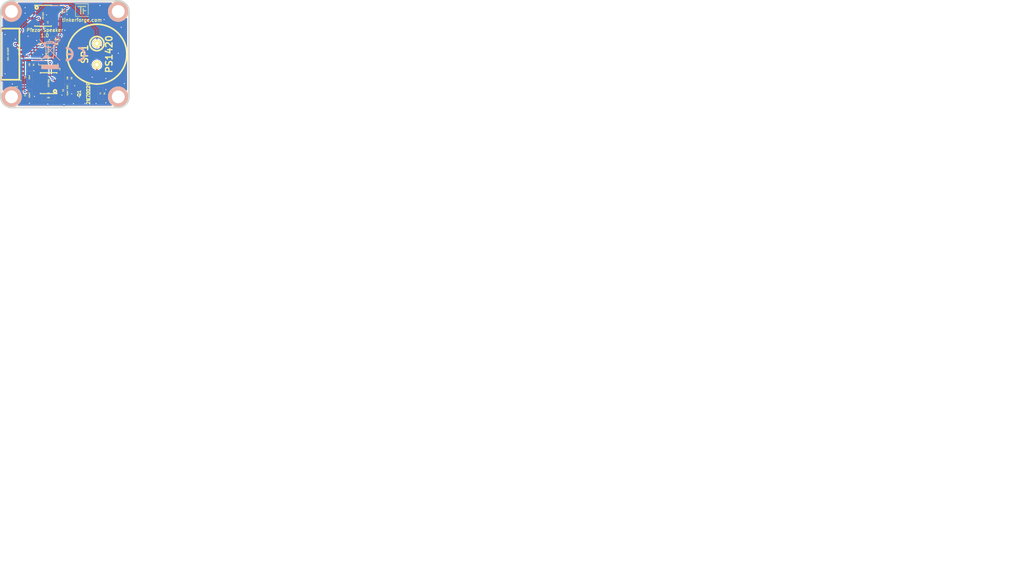
<source format=kicad_pcb>
(kicad_pcb (version 3) (host pcbnew "(2013-05-18 BZR 4017)-stable")
  (title_block (title "Piezo Speaker Bricklet") (rev 1.0) (company "Tinkerforge GmbH") (comment 1 "Licensed under CERN OHL v.1.1") (comment 2 "Copyright (©) 2013, B.Nordmeyer <bastian@tinkerforge.com>"))
  (layers (15 Vorderseite signal hide) (0 Rückseite signal hide) (18 B.Paste user) (19 F.Paste user) (20 B.SilkS user) (21 F.SilkS user) (22 B.Mask user) (23 F.Mask user) (28 Edge.Cuts user))
  (net 0 "")
  (net 1 +5V)
  (net 2 Feedback)
  (net 3 GND)
  (net 4 N-0000015)
  (net 5 N-0000016)
  (net 6 N-0000017)
  (net 7 N-0000018)
  (net 8 N-000003)
  (net 9 N-000004)
  (net 10 N-000005)
  (net 11 POT1-A)
  (net 12 POT2-A)
  (net 13 Reset)
  (net 14 VCC)
  (module SOIC8 (layer Vorderseite) (at 52.8 33.3 270)
    (fp_text reference U1 (at 1.5 -1.1 270) (layer F.SilkS) (effects (font (size 0.29972 0.29972) (thickness 0.0762))))
    (fp_text value M24C64 (at 0 0 270) (layer F.SilkS) (effects (font (size 0.29972 0.29972) (thickness 0.0762))))
    (pad 1 smd rect (at -1.90246 2.69748 90) (size 0.59944 1.5494) (layers Vorderseite F.Paste F.Mask) (net 3 GND))
    (pad 2 smd rect (at -0.63246 2.69748 90) (size 0.59944 1.5494) (layers Vorderseite F.Paste F.Mask) (net 3 GND))
    (pad 3 smd rect (at 0.63246 2.69748 90) (size 0.59944 1.5494) (layers Vorderseite F.Paste F.Mask) (net 5 N-0000016))
    (pad 4 smd rect (at 1.90246 2.69748 90) (size 0.59944 1.5494) (layers Vorderseite F.Paste F.Mask) (net 3 GND))
    (pad 5 smd rect (at 1.90246 -2.69748 270) (size 0.59944 1.5494) (layers Vorderseite F.Paste F.Mask) (net 6 N-0000017))
    (pad 6 smd rect (at 0.63246 -2.69748 270) (size 0.59944 1.5494) (layers Vorderseite F.Paste F.Mask) (net 7 N-0000018))
    (pad 7 smd rect (at -0.63246 -2.69748 270) (size 0.59944 1.5494) (layers Vorderseite F.Paste F.Mask))
    (pad 8 smd rect (at -1.90246 -2.69748 270) (size 0.59944 1.5494) (layers Vorderseite F.Paste F.Mask) (net 14 VCC))
  )
  (module DRILL_NP (layer Vorderseite) (at 45.4 52.3)
    (fp_text reference U4 hide)
    (fp_text value DRILL hide)
    (pad "" thru_hole circle (at 0 0) (size 2.99974 2.99974) (drill 2.99974) (layers *.Cu *.SilkS *.Mask) (clearance 0.89916))
  )
  (module DRILL_NP (layer Vorderseite) (at 45.4 32.3)
    (fp_text reference U6 hide)
    (fp_text value DRILL hide)
    (pad "" thru_hole circle (at 0 0) (size 2.99974 2.99974) (drill 2.99974) (layers *.Cu *.SilkS *.Mask) (clearance 0.89916))
  )
  (module DRILL_NP (layer Vorderseite) (at 70.4 52.3)
    (fp_text reference U5 hide)
    (fp_text value DRILL hide)
    (pad "" thru_hole circle (at 0 0) (size 2.99974 2.99974) (drill 2.99974) (layers *.Cu *.SilkS *.Mask) (clearance 0.89916))
  )
  (module CON-SENSOR (layer Vorderseite) (at 43 42.3 270)
    (fp_text reference P1 (at 7.9502 -3.50012 270) (layer F.SilkS) (effects (font (size 0.59944 0.59944) (thickness 0.12446))))
    (fp_text value CON-SENSOR (at 0 -1.6002 270) (layer F.SilkS) (effects (font (size 0.29972 0.29972) (thickness 0.07112))))
    (pad 1 smd rect (at -4.50088 -4.7752 270) (size 0.59944 1.5494) (layers Vorderseite F.Paste F.Mask) (net 1 +5V))
    (pad 2 smd rect (at -3.50012 -4.7752 270) (size 0.59944 1.5494) (layers Vorderseite F.Paste F.Mask) (net 3 GND))
    (pad 3 smd rect (at -2.49936 -4.7752 270) (size 0.59944 1.5494) (layers Vorderseite F.Paste F.Mask) (net 14 VCC))
    (pad 4 smd rect (at -1.50114 -4.7752 270) (size 0.59944 1.5494) (layers Vorderseite F.Paste F.Mask) (net 7 N-0000018))
    (pad 5 smd rect (at -0.50038 -4.7752 270) (size 0.59944 1.5494) (layers Vorderseite F.Paste F.Mask) (net 6 N-0000017))
    (pad 6 smd rect (at 0.50038 -4.7752 270) (size 0.59944 1.5494) (layers Vorderseite F.Paste F.Mask) (net 5 N-0000016))
    (pad 7 smd rect (at 1.50114 -4.7752 270) (size 0.59944 1.5494) (layers Vorderseite F.Paste F.Mask) (net 13 Reset))
    (pad 8 smd rect (at 2.49936 -4.7752 270) (size 0.59944 1.5494) (layers Vorderseite F.Paste F.Mask))
    (pad 9 smd rect (at 3.50012 -4.7752 270) (size 0.59944 1.5494) (layers Vorderseite F.Paste F.Mask))
    (pad 10 smd rect (at 4.50088 -4.7752 270) (size 0.59944 1.5494) (layers Vorderseite F.Paste F.Mask) (net 2 Feedback))
    (pad EP smd rect (at -5.79882 -0.89916 270) (size 1.19888 1.80086) (layers Vorderseite F.Paste F.Mask) (net 3 GND))
    (pad EP smd rect (at 5.79882 -0.89916 270) (size 1.19888 1.80086) (layers Vorderseite F.Paste F.Mask) (net 3 GND))
  )
  (module 0603 (layer Vorderseite) (at 56 38.9 180)
    (fp_text reference C2 (at 0 -1.00076 180) (layer F.SilkS) (effects (font (size 0.29972 0.29972) (thickness 0.0762))))
    (fp_text value 100nF (at 0 0 180) (layer F.SilkS) (effects (font (size 0.29972 0.29972) (thickness 0.0762))))
    (pad 1 smd rect (at -0.8001 0 180) (size 0.8001 0.8001) (layers Vorderseite F.Paste F.Mask) (net 14 VCC))
    (pad 2 smd rect (at 0.8001 0 180) (size 0.8001 0.8001) (layers Vorderseite F.Paste F.Mask) (net 3 GND))
  )
  (module 0603 (layer Vorderseite) (at 49.6 44.75 270)
    (fp_text reference R1 (at 0 -1.00076 270) (layer F.SilkS) (effects (font (size 0.29972 0.29972) (thickness 0.0762))))
    (fp_text value 10k (at 0 0 270) (layer F.SilkS) (effects (font (size 0.29972 0.29972) (thickness 0.07493))))
    (pad 1 smd rect (at -0.8001 0 270) (size 0.8001 0.8001) (layers Vorderseite F.Paste F.Mask) (net 13 Reset))
    (pad 2 smd rect (at 0.8001 0 270) (size 0.8001 0.8001) (layers Vorderseite F.Paste F.Mask) (net 3 GND))
  )
  (module 0603 (layer Vorderseite) (at 57.3 32.2 270)
    (fp_text reference C1 (at 0 -1.00076 270) (layer F.SilkS) (effects (font (size 0.29972 0.29972) (thickness 0.0762))))
    (fp_text value 100nF (at 0 0 270) (layer F.SilkS) (effects (font (size 0.29972 0.29972) (thickness 0.0762))))
    (pad 1 smd rect (at -0.8001 0 270) (size 0.8001 0.8001) (layers Vorderseite F.Paste F.Mask) (net 14 VCC))
    (pad 2 smd rect (at 0.8001 0 270) (size 0.8001 0.8001) (layers Vorderseite F.Paste F.Mask) (net 3 GND))
  )
  (module 0603 (layer Vorderseite) (at 49.6 47.7 90)
    (fp_text reference C5 (at 0 -1.00076 90) (layer F.SilkS) (effects (font (size 0.29972 0.29972) (thickness 0.0762))))
    (fp_text value 10nF (at 0 0 90) (layer F.SilkS) (effects (font (size 0.29972 0.29972) (thickness 0.07493))))
    (pad 1 smd rect (at -0.8001 0 90) (size 0.8001 0.8001) (layers Vorderseite F.Paste F.Mask) (net 3 GND))
    (pad 2 smd rect (at 0.8001 0 90) (size 0.8001 0.8001) (layers Vorderseite F.Paste F.Mask) (net 9 N-000004))
  )
  (module 0603 (layer Vorderseite) (at 54.05 52.5)
    (fp_text reference R3 (at 0 -1.00076) (layer F.SilkS) (effects (font (size 0.29972 0.29972) (thickness 0.0762))))
    (fp_text value 10k (at 0 0) (layer F.SilkS) (effects (font (size 0.29972 0.29972) (thickness 0.07493))))
    (pad 1 smd rect (at -0.8001 0) (size 0.8001 0.8001) (layers Vorderseite F.Paste F.Mask) (net 14 VCC))
    (pad 2 smd rect (at 0.8001 0) (size 0.8001 0.8001) (layers Vorderseite F.Paste F.Mask) (net 2 Feedback))
  )
  (module 0603 (layer Vorderseite) (at 58.5 47.9 270)
    (fp_text reference R2 (at 0 -1.00076 270) (layer F.SilkS) (effects (font (size 0.29972 0.29972) (thickness 0.0762))))
    (fp_text value 18k (at 0 0 270) (layer F.SilkS) (effects (font (size 0.29972 0.29972) (thickness 0.07493))))
    (pad 1 smd rect (at -0.8001 0 270) (size 0.8001 0.8001) (layers Vorderseite F.Paste F.Mask) (net 11 POT1-A))
    (pad 2 smd rect (at 0.8001 0 270) (size 0.8001 0.8001) (layers Vorderseite F.Paste F.Mask) (net 10 N-000005))
  )
  (module SOT23GDS (layer Vorderseite) (at 63.4 51.5 90)
    (fp_text reference Q1 (at 0 -2.159 90) (layer F.SilkS) (effects (font (size 0.762 0.762) (thickness 0.2032))))
    (fp_text value 2N7002P (at 0 0 90) (layer F.SilkS) (effects (font (size 0.762 0.762) (thickness 0.2032))))
    (pad S smd rect (at -0.889 -1.016 90) (size 0.9144 0.9144) (layers Vorderseite F.Paste F.Mask) (net 3 GND))
    (pad G smd rect (at 0.889 -1.016 90) (size 0.9144 0.9144) (layers Vorderseite F.Paste F.Mask) (net 12 POT2-A))
    (pad D smd rect (at 0 1.016 90) (size 0.9144 0.9144) (layers Vorderseite F.Paste F.Mask) (net 8 N-000003))
  )
  (module PS1420 (layer Vorderseite) (at 65.4 42.3 270)
    (fp_text reference SP1 (at 0 2.84988 270) (layer F.SilkS) (effects (font (size 1.524 1.524) (thickness 0.3048))))
    (fp_text value PS1420 (at 0 -2.84988 270) (layer F.SilkS) (effects (font (size 1.524 1.524) (thickness 0.3048))))
    (pad 1 thru_hole circle (at -2.49936 0 270) (size 1.99898 1.99898) (drill 0.8001) (layers *.Cu *.Mask F.SilkS) (net 1 +5V))
    (pad 2 thru_hole circle (at 2.49936 0 270) (size 1.99898 1.99898) (drill 0.8001) (layers *.Cu *.Mask F.SilkS) (net 8 N-000003))
  )
  (module DRILL_NP (layer Vorderseite) (at 70.4 32.3)
    (fp_text reference U7 hide)
    (fp_text value DRILL hide)
    (pad "" thru_hole circle (at 0 0) (size 2.99974 2.99974) (drill 2.99974) (layers *.Cu *.SilkS *.Mask) (clearance 0.89916))
  )
  (module SOIC8 (layer Vorderseite) (at 54.1 49.1 90)
    (fp_text reference U3 (at 3.29946 2.60096 90) (layer F.SilkS) (effects (font (size 0.29972 0.29972) (thickness 0.0762))))
    (fp_text value ICM7555 (at 0 0 90) (layer F.SilkS) (effects (font (size 0.29972 0.29972) (thickness 0.0762))))
    (pad 1 smd rect (at -1.90246 2.69748 270) (size 0.59944 1.5494) (layers Vorderseite F.Paste F.Mask) (net 3 GND))
    (pad 2 smd rect (at -0.63246 2.69748 270) (size 0.59944 1.5494) (layers Vorderseite F.Paste F.Mask) (net 10 N-000005))
    (pad 3 smd rect (at 0.63246 2.69748 270) (size 0.59944 1.5494) (layers Vorderseite F.Paste F.Mask) (net 12 POT2-A))
    (pad 4 smd rect (at 1.90246 2.69748 270) (size 0.59944 1.5494) (layers Vorderseite F.Paste F.Mask) (net 13 Reset))
    (pad 5 smd rect (at 1.90246 -2.69748 90) (size 0.59944 1.5494) (layers Vorderseite F.Paste F.Mask) (net 9 N-000004))
    (pad 6 smd rect (at 0.63246 -2.69748 90) (size 0.59944 1.5494) (layers Vorderseite F.Paste F.Mask) (net 10 N-000005))
    (pad 7 smd rect (at -0.63246 -2.69748 90) (size 0.59944 1.5494) (layers Vorderseite F.Paste F.Mask) (net 2 Feedback))
    (pad 8 smd rect (at -1.90246 -2.69748 90) (size 0.59944 1.5494) (layers Vorderseite F.Paste F.Mask) (net 14 VCC))
  )
  (module 0603 (layer Vorderseite) (at 49.6 51.9 90)
    (fp_text reference C4 (at 0 -1.00076 90) (layer F.SilkS) (effects (font (size 0.29972 0.29972) (thickness 0.0762))))
    (fp_text value 100nF (at 0 0 90) (layer F.SilkS) (effects (font (size 0.29972 0.29972) (thickness 0.0762))))
    (pad 1 smd rect (at -0.8001 0 90) (size 0.8001 0.8001) (layers Vorderseite F.Paste F.Mask) (net 3 GND))
    (pad 2 smd rect (at 0.8001 0 90) (size 0.8001 0.8001) (layers Vorderseite F.Paste F.Mask) (net 14 VCC))
  )
  (module TSSOP14 (layer Vorderseite) (at 54 42.3 270)
    (fp_text reference U2 (at 0 0.50038 270) (layer F.SilkS) (effects (font (size 0.29972 0.29972) (thickness 0.0762))))
    (fp_text value MCP4651-104E/ST (at 0 0 270) (layer F.SilkS) (effects (font (size 0.29972 0.29972) (thickness 0.0762))))
    (pad 1 smd rect (at -1.94818 2.79908 90) (size 0.29972 1.5494) (layers Vorderseite F.Paste F.Mask) (net 5 N-0000016))
    (pad 2 smd rect (at -1.29794 2.79908 90) (size 0.29972 1.5494) (layers Vorderseite F.Paste F.Mask) (net 7 N-0000018))
    (pad 3 smd rect (at -0.6477 2.79908 90) (size 0.29972 1.5494) (layers Vorderseite F.Paste F.Mask) (net 6 N-0000017))
    (pad 4 smd rect (at 0 2.79908 90) (size 0.29972 1.5494) (layers Vorderseite F.Paste F.Mask) (net 3 GND))
    (pad 5 smd rect (at 0.6477 2.79908 90) (size 0.29972 1.5494) (layers Vorderseite F.Paste F.Mask))
    (pad 6 smd rect (at 1.29794 2.79908 90) (size 0.29972 1.5494) (layers Vorderseite F.Paste F.Mask) (net 4 N-0000015))
    (pad 7 smd rect (at 1.94818 2.79908 90) (size 0.29972 1.5494) (layers Vorderseite F.Paste F.Mask) (net 12 POT2-A))
    (pad 8 smd rect (at 1.94818 -2.79908 270) (size 0.29972 1.5494) (layers Vorderseite F.Paste F.Mask) (net 11 POT1-A))
    (pad 9 smd rect (at 1.29794 -2.79908 270) (size 0.29972 1.5494) (layers Vorderseite F.Paste F.Mask) (net 4 N-0000015))
    (pad 10 smd rect (at 0.6477 -2.79908 270) (size 0.29972 1.5494) (layers Vorderseite F.Paste F.Mask))
    (pad 11 smd rect (at 0 -2.79908 270) (size 0.29972 1.5494) (layers Vorderseite F.Paste F.Mask))
    (pad 12 smd rect (at -0.6477 -2.79908 270) (size 0.29972 1.5494) (layers Vorderseite F.Paste F.Mask) (net 14 VCC))
    (pad 13 smd rect (at -1.29794 -2.79908 270) (size 0.29972 1.5494) (layers Vorderseite F.Paste F.Mask) (net 14 VCC))
    (pad 14 smd rect (at -1.94818 -2.79908 270) (size 0.29972 1.5494) (layers Vorderseite F.Paste F.Mask) (net 14 VCC))
  )
  (module 0603 (layer Vorderseite) (at 58.5 50.8 90)
    (fp_text reference C3 (at 0 -1.00076 90) (layer F.SilkS) (effects (font (size 0.29972 0.29972) (thickness 0.0762))))
    (fp_text value "5.6nF NC0" (at 0 0 90) (layer F.SilkS) (effects (font (size 0.29972 0.29972) (thickness 0.07493))))
    (pad 1 smd rect (at -0.8001 0 90) (size 0.8001 0.8001) (layers Vorderseite F.Paste F.Mask) (net 3 GND))
    (pad 2 smd rect (at 0.8001 0 90) (size 0.8001 0.8001) (layers Vorderseite F.Paste F.Mask) (net 10 N-000005))
  )
  (module Logo_31x31 (layer Vorderseite) (at 60.3 30.4)
    (fp_text reference G*** hide)
    (fp_text value Logo_31x31 hide)
  )
  (module WEEE_7mm (layer Rückseite) (at 54.4 42.3)
    (fp_text reference VAL hide)
    (fp_text value WEEE_7mm hide)
  )
  (module CE_5mm (layer Rückseite) (at 60.4 42.3 180)
    (fp_text reference VAL hide)
    (fp_text value CE_5mm hide)
  )
  (module Fiducial_Mark (layer Vorderseite) (at 65.2 32.3)
    (fp_text reference Fiducial_Mark hide)
    (fp_text value VAL** hide)
    (pad 1 smd circle (at 0 0) (size 1.00076 1.00076) (layers Vorderseite F.Mask) (clearance 0.65024))
  )
  (module Fiducial_Mark (layer Vorderseite) (at 45.7 46.3)
    (fp_text reference Fiducial_Mark hide)
    (fp_text value VAL** hide)
    (pad 1 smd circle (at 0 0) (size 1.00076 1.00076) (layers Vorderseite F.Mask) (clearance 0.65024))
  )
  (module 0603 (layer Vorderseite) (at 66.2 51.5 270)
    (fp_text reference R4 (at 0 -1.00076 270) (layer F.SilkS) (effects (font (size 0.29972 0.29972) (thickness 0.0762))))
    (fp_text value 1k (at 0 0 270) (layer F.SilkS) (effects (font (size 0.29972 0.29972) (thickness 0.0762))))
    (pad 1 smd rect (at -0.8001 0 270) (size 0.8001 0.8001) (layers Vorderseite F.Paste F.Mask) (net 1 +5V))
    (pad 2 smd rect (at 0.8001 0 270) (size 0.8001 0.8001) (layers Vorderseite F.Paste F.Mask) (net 8 N-000003))
  )
  (gr_line (start 72.9 52.3) (end 72.9 32.3) (angle 90) (layer Edge.Cuts) (width 0.381))
  (gr_line (start 70.4 29.8) (end 45.4 29.8) (angle 90) (layer Edge.Cuts) (width 0.381))
  (gr_arc (start 70.4 32.3) (end 70.4 29.8) (angle 90) (layer Edge.Cuts) (width 0.381))
  (gr_arc (start 70.4 52.3) (end 72.9 52.3) (angle 90) (layer Edge.Cuts) (width 0.381))
  (gr_text "Piezo Speaker\n1.0" (at 53.2 37.3) (layer F.SilkS) (effects (font (size 0.8 0.8))))
  (gr_text tinkerforge.com (at 61.9 34.3) (layer F.SilkS) (effects (font (size 0.8 0.8))))
  (gr_line (start 70.3 54.8) (end 45.4 54.8) (angle 90) (layer Edge.Cuts) (width 0.381))
  (gr_line (start 42.9 32.3) (end 42.9 52.3) (angle 90) (layer Edge.Cuts) (width 0.381))
  (gr_arc (start 45.4 32.3) (end 42.9 32.3) (angle 90) (layer Edge.Cuts) (width 0.381))
  (gr_arc (start 45.4 52.3) (end 45.4 54.8) (angle 90) (layer Edge.Cuts) (width 0.381))
  (segment (start 67.1 41.50064) (end 65.4 39.80064) (width 0.29972) (layer Vorderseite) (net 1))
  (segment (start 67.1 46.7) (end 67.1 41.50064) (width 0.29972) (layer Vorderseite) (net 1))
  (segment (start 65.4 39.80064) (end 65.4 36.6) (width 0.29972) (layer Rückseite) (net 1))
  (segment (start 47.7752 36.7248) (end 47.7752 37.79912) (width 0.29972) (layer Vorderseite) (net 1))
  (segment (start 47.8 36.7) (end 47.7752 36.7248) (width 0.29972) (layer Vorderseite) (net 1))
  (via (at 47.8 36.7) (size 0.70104) (layers Vorderseite Rückseite) (net 1))
  (segment (start 47.8 36) (end 47.8 36.7) (width 0.29972) (layer Rückseite) (net 1))
  (segment (start 53.2 30.6) (end 47.8 36) (width 0.29972) (layer Rückseite) (net 1))
  (segment (start 59.4 30.6) (end 53.2 30.6) (width 0.29972) (layer Rückseite) (net 1))
  (segment (start 65.4 36.6) (end 59.4 30.6) (width 0.29972) (layer Rückseite) (net 1))
  (segment (start 66.2 47.6) (end 67.1 46.7) (width 0.29972) (layer Vorderseite) (net 1))
  (segment (start 66.2 50.6999) (end 66.2 47.6) (width 0.29972) (layer Vorderseite) (net 1))
  (segment (start 51.40252 49.73246) (end 47.63246 49.73246) (width 0.29972) (layer Vorderseite) (net 2))
  (segment (start 47.7752 47.0248) (end 47.7752 46.80088) (width 0.29972) (layer Vorderseite) (net 2))
  (segment (start 46.7 48.1) (end 47.7752 47.0248) (width 0.29972) (layer Vorderseite) (net 2))
  (segment (start 46.7 48.8) (end 46.7 48.1) (width 0.29972) (layer Vorderseite) (net 2))
  (segment (start 47.63246 49.73246) (end 46.7 48.8) (width 0.29972) (layer Vorderseite) (net 2))
  (segment (start 51.40252 49.73246) (end 52.53246 49.73246) (width 0.29972) (layer Vorderseite) (net 2))
  (segment (start 54.8501 52.0501) (end 54.8501 52.5) (width 0.29972) (layer Vorderseite) (net 2))
  (segment (start 52.53246 49.73246) (end 54.8501 52.0501) (width 0.29972) (layer Vorderseite) (net 2))
  (segment (start 43.89916 48.09882) (end 44.39882 48.09882) (width 0.29972) (layer Vorderseite) (net 3))
  (via (at 45.6 49.3) (size 0.70104) (layers Vorderseite Rückseite) (net 3))
  (segment (start 44.39882 48.09882) (end 45.6 49.3) (width 0.29972) (layer Vorderseite) (net 3))
  (segment (start 49.6 48.5001) (end 47.6001 48.5001) (width 0.29972) (layer Vorderseite) (net 3))
  (segment (start 43.9 46.9) (end 43.9 37.7) (width 0.29972) (layer Rückseite) (net 3))
  (via (at 43.9 46.9) (size 0.70104) (layers Vorderseite Rückseite) (net 3))
  (segment (start 45.35 48.35) (end 43.9 46.9) (width 0.29972) (layer Rückseite) (net 3))
  (segment (start 47.45 48.35) (end 45.35 48.35) (width 0.29972) (layer Rückseite) (net 3))
  (segment (start 47.6 48.5) (end 47.45 48.35) (width 0.29972) (layer Rückseite) (net 3))
  (via (at 47.6 48.5) (size 0.70104) (layers Vorderseite Rückseite) (net 3))
  (segment (start 47.6001 48.5001) (end 47.6 48.5) (width 0.29972) (layer Vorderseite) (net 3))
  (segment (start 53.6 33.1) (end 52.15 33.1) (width 0.29972) (layer Vorderseite) (net 3))
  (segment (start 51.71754 32.66754) (end 50.10252 32.66754) (width 0.29972) (layer Vorderseite) (net 3))
  (segment (start 52.15 33.1) (end 51.71754 32.66754) (width 0.29972) (layer Vorderseite) (net 3))
  (segment (start 49.6 45.5501) (end 50.0001 45.5501) (width 0.29972) (layer Vorderseite) (net 3))
  (segment (start 50.65 46.2) (end 49.6 47.25) (width 0.29972) (layer Rückseite) (net 3))
  (via (at 50.65 46.2) (size 0.70104) (layers Vorderseite Rückseite) (net 3))
  (segment (start 50.0001 45.5501) (end 50.65 46.2) (width 0.29972) (layer Vorderseite) (net 3))
  (segment (start 66.1 30.9) (end 64.15 30.9) (width 0.29972) (layer Vorderseite) (net 3))
  (segment (start 62.05 33) (end 62.1 33) (width 0.29972) (layer Vorderseite) (net 3))
  (segment (start 64.15 30.9) (end 62.05 33) (width 0.29972) (layer Vorderseite) (net 3))
  (segment (start 57.9 36.7) (end 57.9 37.3) (width 0.29972) (layer Rückseite) (net 3))
  (via (at 62.5 41.9) (size 0.70104) (layers Vorderseite Rückseite) (net 3))
  (segment (start 57.9 37.3) (end 62.5 41.9) (width 0.29972) (layer Rückseite) (net 3))
  (segment (start 65.3 49.4) (end 66.1 49.4) (width 0.29972) (layer Rückseite) (net 3))
  (segment (start 59.5 50.4) (end 60.2 49.7) (width 0.29972) (layer Vorderseite) (net 3))
  (via (at 60.2 49.7) (size 0.70104) (layers Vorderseite Rückseite) (net 3))
  (segment (start 60.2 49.7) (end 61.4 48.5) (width 0.29972) (layer Rückseite) (net 3))
  (segment (start 61.4 48.5) (end 62.2 48.5) (width 0.29972) (layer Rückseite) (net 3))
  (via (at 62.2 48.5) (size 0.70104) (layers Vorderseite Rückseite) (net 3))
  (segment (start 62.2 48.5) (end 63 47.7) (width 0.29972) (layer Vorderseite) (net 3))
  (segment (start 63 47.7) (end 64.3 47.7) (width 0.29972) (layer Vorderseite) (net 3))
  (via (at 64.3 47.7) (size 0.70104) (layers Vorderseite Rückseite) (net 3))
  (segment (start 64.3 47.7) (end 65.3 48.7) (width 0.29972) (layer Rückseite) (net 3))
  (segment (start 65.3 48.7) (end 65.3 49.4) (width 0.29972) (layer Rückseite) (net 3))
  (via (at 65.3 49.4) (size 0.70104) (layers Vorderseite Rückseite) (net 3))
  (segment (start 59.5 51.6) (end 59.5 50.4) (width 0.29972) (layer Vorderseite) (net 3))
  (via (at 67.5 48) (size 0.70104) (layers Vorderseite Rückseite) (net 3))
  (segment (start 66.1 49.4) (end 67.5 48) (width 0.29972) (layer Rückseite) (net 3))
  (segment (start 58.4 33) (end 62.1 33) (width 0.29972) (layer Vorderseite) (net 3))
  (via (at 58.4 33) (size 0.70104) (layers Vorderseite Rückseite) (net 3))
  (via (at 59.9 53.9) (size 0.70104) (layers Vorderseite Rückseite) (net 3))
  (segment (start 62.6 53.9) (end 59.9 53.9) (width 0.29972) (layer Rückseite) (net 3))
  (via (at 62.6 53.9) (size 0.70104) (layers Vorderseite Rückseite) (net 3))
  (segment (start 65.2 53.9) (end 62.6 53.9) (width 0.29972) (layer Vorderseite) (net 3))
  (via (at 65.2 53.9) (size 0.70104) (layers Vorderseite Rückseite) (net 3))
  (segment (start 67.3 53.9) (end 65.2 53.9) (width 0.29972) (layer Rückseite) (net 3))
  (segment (start 67.5 53.7) (end 67.3 53.9) (width 0.29972) (layer Rückseite) (net 3))
  (via (at 67.5 53.7) (size 0.70104) (layers Vorderseite Rückseite) (net 3))
  (segment (start 67.5 50.6) (end 67.5 53.7) (width 0.29972) (layer Vorderseite) (net 3))
  (via (at 67.5 50.6) (size 0.70104) (layers Vorderseite Rückseite) (net 3))
  (segment (start 68.8 49.3) (end 67.5 50.6) (width 0.29972) (layer Rückseite) (net 3))
  (segment (start 71.7 49.3) (end 68.8 49.3) (width 0.29972) (layer Rückseite) (net 3))
  (segment (start 71.8 49.2) (end 71.7 49.3) (width 0.29972) (layer Rückseite) (net 3))
  (via (at 71.8 49.2) (size 0.70104) (layers Vorderseite Rückseite) (net 3))
  (segment (start 71.8 43.5) (end 71.8 49.2) (width 0.29972) (layer Vorderseite) (net 3))
  (segment (start 70.4 42.1) (end 71.8 43.5) (width 0.29972) (layer Vorderseite) (net 3))
  (via (at 70.4 42.1) (size 0.70104) (layers Vorderseite Rückseite) (net 3))
  (segment (start 70.4 36.7) (end 70.4 42.1) (width 0.29972) (layer Rückseite) (net 3))
  (segment (start 71.1 36) (end 70.4 36.7) (width 0.29972) (layer Rückseite) (net 3))
  (via (at 71.1 36) (size 0.70104) (layers Vorderseite Rückseite) (net 3))
  (segment (start 68.9 36) (end 71.1 36) (width 0.29972) (layer Vorderseite) (net 3))
  (segment (start 67.1 34.2) (end 68.9 36) (width 0.29972) (layer Vorderseite) (net 3))
  (via (at 67.1 34.2) (size 0.70104) (layers Vorderseite Rückseite) (net 3))
  (segment (start 67.1 31.9) (end 67.1 34.2) (width 0.29972) (layer Rückseite) (net 3))
  (segment (start 66.1 30.9) (end 67.1 31.9) (width 0.29972) (layer Rückseite) (net 3))
  (via (at 66.1 30.9) (size 0.70104) (layers Vorderseite Rückseite) (net 3))
  (segment (start 57.3 33.0001) (end 58.3999 33.0001) (width 0.29972) (layer Vorderseite) (net 3))
  (segment (start 57.9 33.5) (end 58.4 33) (width 0.29972) (layer Vorderseite) (net 3))
  (segment (start 57.9 33.5) (end 57.9 36.7) (width 0.29972) (layer Vorderseite) (net 3))
  (segment (start 58.3999 33.0001) (end 58.4 33) (width 0.29972) (layer Vorderseite) (net 3))
  (segment (start 49.3 38.1) (end 50.3 38.1) (width 0.29972) (layer Rückseite) (net 3))
  (segment (start 48.60012 38.79988) (end 49.3 38.1) (width 0.29972) (layer Vorderseite) (net 3))
  (via (at 49.3 38.1) (size 0.70104) (layers Vorderseite Rückseite) (net 3))
  (segment (start 47.7752 38.79988) (end 48.60012 38.79988) (width 0.29972) (layer Vorderseite) (net 3))
  (via (at 51.3 39.1) (size 0.70104) (layers Vorderseite Rückseite) (net 3))
  (segment (start 50.3 38.1) (end 51.3 39.1) (width 0.29972) (layer Rückseite) (net 3))
  (segment (start 49.6 49.5) (end 49.6 47.25) (width 0.29972) (layer Rückseite) (net 3))
  (segment (start 49.6 52) (end 50.6 52) (width 0.29972) (layer Rückseite) (net 3))
  (via (at 50.8 52.2) (size 0.70104) (layers Vorderseite Rückseite) (net 3))
  (segment (start 50.6 52) (end 50.8 52.2) (width 0.29972) (layer Rückseite) (net 3))
  (segment (start 49.6 53.8) (end 49.6 52) (width 0.29972) (layer Rückseite) (net 3))
  (segment (start 49.6 52) (end 49.6 49.5) (width 0.29972) (layer Rückseite) (net 3))
  (segment (start 49.6 52.7001) (end 49.6 53.8) (width 0.29972) (layer Vorderseite) (net 3))
  (segment (start 59.4 52.4) (end 59.8 52.4) (width 0.29972) (layer Rückseite) (net 3))
  (segment (start 57.7 54.1) (end 59.4 52.4) (width 0.29972) (layer Rückseite) (net 3))
  (via (at 57.7 54.1) (size 0.70104) (layers Vorderseite Rückseite) (net 3))
  (segment (start 54 54.1) (end 57.7 54.1) (width 0.29972) (layer Vorderseite) (net 3))
  (segment (start 53.9 54) (end 54 54.1) (width 0.29972) (layer Vorderseite) (net 3))
  (via (at 53.9 54) (size 0.70104) (layers Vorderseite Rückseite) (net 3))
  (segment (start 49.8 54) (end 53.9 54) (width 0.29972) (layer Rückseite) (net 3))
  (segment (start 49.6 53.8) (end 49.8 54) (width 0.29972) (layer Rückseite) (net 3))
  (via (at 49.6 53.8) (size 0.70104) (layers Vorderseite Rückseite) (net 3))
  (segment (start 56.1 37.1) (end 54.3 38.9) (width 0.29972) (layer Vorderseite) (net 3))
  (segment (start 57.5 37.1) (end 56.1 37.1) (width 0.29972) (layer Vorderseite) (net 3))
  (segment (start 57.9 36.7) (end 57.5 37.1) (width 0.29972) (layer Vorderseite) (net 3))
  (via (at 57.9 36.7) (size 0.70104) (layers Vorderseite Rückseite) (net 3))
  (segment (start 50.1 36.3) (end 51.1 36.3) (width 0.29972) (layer Vorderseite) (net 3))
  (segment (start 51.1 36.3) (end 53.6 33.8) (width 0.29972) (layer Vorderseite) (net 3))
  (segment (start 53.6 33.8) (end 53.6 33.1) (width 0.29972) (layer Vorderseite) (net 3))
  (segment (start 54.3 33.8) (end 54.3 38.9) (width 0.29972) (layer Rückseite) (net 3))
  (via (at 53.6 33.1) (size 0.70104) (layers Vorderseite Rückseite) (net 3))
  (segment (start 54.3 33.8) (end 53.6 33.1) (width 0.29972) (layer Rückseite) (net 3))
  (segment (start 52.7 42.4) (end 53.3 42.4) (width 0.29972) (layer Rückseite) (net 3))
  (segment (start 52.6 42.3) (end 52.7 42.4) (width 0.29972) (layer Vorderseite) (net 3))
  (via (at 52.7 42.4) (size 0.70104) (layers Vorderseite Rückseite) (net 3))
  (segment (start 52.6 42.3) (end 51.20092 42.3) (width 0.29972) (layer Vorderseite) (net 3))
  (segment (start 54.3 41.4) (end 54.3 38.9) (width 0.29972) (layer Rückseite) (net 3))
  (segment (start 53.3 42.4) (end 54.3 41.4) (width 0.29972) (layer Rückseite) (net 3))
  (via (at 54.3 38.9) (size 0.70104) (layers Vorderseite Rückseite) (net 3))
  (segment (start 55.1999 38.9) (end 54.3 38.9) (width 0.29972) (layer Vorderseite) (net 3))
  (segment (start 46.3 38.8) (end 45 38.8) (width 0.29972) (layer Rückseite) (net 3))
  (segment (start 45 38.8) (end 43.9 37.7) (width 0.29972) (layer Rückseite) (net 3))
  (segment (start 48.6 32.7) (end 48.6 33.6) (width 0.29972) (layer Rückseite) (net 3))
  (segment (start 44.5 37.7) (end 43.9 37.7) (width 0.29972) (layer Rückseite) (net 3))
  (segment (start 48.6 33.6) (end 44.5 37.7) (width 0.29972) (layer Rückseite) (net 3))
  (segment (start 43.89916 37.69916) (end 43.9 37.7) (width 0.29972) (layer Vorderseite) (net 3))
  (via (at 43.9 37.7) (size 0.70104) (layers Vorderseite Rückseite) (net 3))
  (segment (start 43.89916 37.69916) (end 43.89916 36.50118) (width 0.29972) (layer Vorderseite) (net 3))
  (segment (start 48.6 31.4) (end 48.6 32.7) (width 0.29972) (layer Rückseite) (net 3))
  (segment (start 48.60246 31.39754) (end 48.6 31.4) (width 0.29972) (layer Vorderseite) (net 3))
  (via (at 48.6 31.4) (size 0.70104) (layers Vorderseite Rückseite) (net 3))
  (segment (start 50.10252 31.39754) (end 48.60246 31.39754) (width 0.29972) (layer Vorderseite) (net 3))
  (segment (start 48.63246 32.66754) (end 48.6 32.7) (width 0.29972) (layer Vorderseite) (net 3))
  (segment (start 48.63246 32.66754) (end 50.10252 32.66754) (width 0.29972) (layer Vorderseite) (net 3))
  (via (at 48.6 32.7) (size 0.70104) (layers Vorderseite Rückseite) (net 3))
  (segment (start 58.5 51.6001) (end 59.4999 51.6001) (width 0.29972) (layer Vorderseite) (net 3))
  (segment (start 59.8 51.9) (end 59.8 52.4) (width 0.29972) (layer Rückseite) (net 3))
  (segment (start 59.5 51.6) (end 59.8 51.9) (width 0.29972) (layer Rückseite) (net 3))
  (via (at 59.5 51.6) (size 0.70104) (layers Vorderseite Rückseite) (net 3))
  (segment (start 59.4999 51.6001) (end 59.5 51.6) (width 0.29972) (layer Vorderseite) (net 3))
  (segment (start 56.79748 51.00246) (end 56.79748 51.49748) (width 0.29972) (layer Vorderseite) (net 3))
  (segment (start 61.311 52.389) (end 62.384 52.389) (width 0.29972) (layer Vorderseite) (net 3))
  (segment (start 61.3 52.4) (end 61.311 52.389) (width 0.29972) (layer Vorderseite) (net 3))
  (via (at 61.3 52.4) (size 0.70104) (layers Vorderseite Rückseite) (net 3))
  (segment (start 57.7 52.4) (end 59.8 52.4) (width 0.29972) (layer Rückseite) (net 3))
  (segment (start 59.8 52.4) (end 61.3 52.4) (width 0.29972) (layer Rückseite) (net 3))
  (segment (start 57.2 51.9) (end 57.7 52.4) (width 0.29972) (layer Rückseite) (net 3))
  (via (at 57.2 51.9) (size 0.70104) (layers Vorderseite Rückseite) (net 3))
  (segment (start 56.79748 51.49748) (end 57.2 51.9) (width 0.29972) (layer Vorderseite) (net 3))
  (segment (start 47.7752 38.79988) (end 46.30012 38.79988) (width 0.29972) (layer Vorderseite) (net 3))
  (segment (start 50.10252 36.29748) (end 50.10252 35.20246) (width 0.29972) (layer Vorderseite) (net 3))
  (segment (start 50.1 36.3) (end 50.10252 36.29748) (width 0.29972) (layer Vorderseite) (net 3))
  (via (at 50.1 36.3) (size 0.70104) (layers Vorderseite Rückseite) (net 3))
  (segment (start 47.9 38.5) (end 50.1 36.3) (width 0.29972) (layer Rückseite) (net 3))
  (segment (start 46.6 38.5) (end 47.9 38.5) (width 0.29972) (layer Rückseite) (net 3))
  (segment (start 46.3 38.8) (end 46.6 38.5) (width 0.29972) (layer Rückseite) (net 3))
  (via (at 46.3 38.8) (size 0.70104) (layers Vorderseite Rückseite) (net 3))
  (segment (start 46.30012 38.79988) (end 46.3 38.8) (width 0.29972) (layer Vorderseite) (net 3))
  (segment (start 51.20092 43.59794) (end 53.05206 43.59794) (width 0.29972) (layer Vorderseite) (net 4))
  (segment (start 55.19794 43.59794) (end 56.79908 43.59794) (width 0.29972) (layer Vorderseite) (net 4))
  (segment (start 55.1 43.5) (end 55.19794 43.59794) (width 0.29972) (layer Vorderseite) (net 4))
  (segment (start 53.15 43.5) (end 55.1 43.5) (width 0.29972) (layer Vorderseite) (net 4))
  (segment (start 53.05206 43.59794) (end 53.15 43.5) (width 0.29972) (layer Vorderseite) (net 4))
  (segment (start 50.10252 33.93246) (end 51.66754 33.93246) (width 0.29972) (layer Vorderseite) (net 5))
  (segment (start 52.6 34.8) (end 52.6 40.3) (width 0.29972) (layer Rückseite) (net 5))
  (segment (start 51.7 33.9) (end 52.6 34.8) (width 0.29972) (layer Rückseite) (net 5))
  (via (at 51.7 33.9) (size 0.70104) (layers Vorderseite Rückseite) (net 5))
  (segment (start 51.66754 33.93246) (end 51.7 33.9) (width 0.29972) (layer Vorderseite) (net 5))
  (segment (start 47.7752 42.80038) (end 49.19962 42.80038) (width 0.29972) (layer Vorderseite) (net 5))
  (segment (start 52.54818 40.35182) (end 51.20092 40.35182) (width 0.29972) (layer Vorderseite) (net 5))
  (segment (start 52.6 40.3) (end 52.54818 40.35182) (width 0.29972) (layer Vorderseite) (net 5))
  (via (at 52.6 40.3) (size 0.70104) (layers Vorderseite Rückseite) (net 5))
  (segment (start 51.7 40.3) (end 52.6 40.3) (width 0.29972) (layer Rückseite) (net 5))
  (segment (start 49.3 42.7) (end 51.7 40.3) (width 0.29972) (layer Rückseite) (net 5))
  (via (at 49.3 42.7) (size 0.70104) (layers Vorderseite Rückseite) (net 5))
  (segment (start 49.19962 42.80038) (end 49.3 42.7) (width 0.29972) (layer Vorderseite) (net 5))
  (segment (start 51.20092 41.6523) (end 52.5477 41.6523) (width 0.29972) (layer Vorderseite) (net 6))
  (segment (start 53.5 37.19994) (end 55.49748 35.20246) (width 0.29972) (layer Vorderseite) (net 6))
  (segment (start 53.5 40.7) (end 53.5 37.19994) (width 0.29972) (layer Vorderseite) (net 6))
  (segment (start 52.5477 41.6523) (end 53.5 40.7) (width 0.29972) (layer Vorderseite) (net 6))
  (segment (start 47.7752 41.79962) (end 49.40038 41.79962) (width 0.29972) (layer Vorderseite) (net 6))
  (segment (start 49.5477 41.6523) (end 51.20092 41.6523) (width 0.29972) (layer Vorderseite) (net 6))
  (segment (start 49.40038 41.79962) (end 49.5477 41.6523) (width 0.29972) (layer Vorderseite) (net 6))
  (segment (start 55.49748 33.93246) (end 54.56754 33.93246) (width 0.29972) (layer Vorderseite) (net 7))
  (segment (start 49.49886 39.00114) (end 49.49886 40.79886) (width 0.29972) (layer Vorderseite) (net 7))
  (segment (start 54.56754 33.93246) (end 49.49886 39.00114) (width 0.29972) (layer Vorderseite) (net 7))
  (segment (start 51.20092 41.00206) (end 49.70206 41.00206) (width 0.29972) (layer Vorderseite) (net 7))
  (segment (start 49.49886 40.79886) (end 47.7752 40.79886) (width 0.29972) (layer Vorderseite) (net 7))
  (segment (start 49.70206 41.00206) (end 49.49886 40.79886) (width 0.29972) (layer Vorderseite) (net 7))
  (segment (start 66.2 52.3001) (end 65.3001 52.3001) (width 0.29972) (layer Vorderseite) (net 8))
  (segment (start 64.5 51.5) (end 64.416 51.5) (width 0.29972) (layer Vorderseite) (net 8))
  (segment (start 65.3001 52.3001) (end 64.5 51.5) (width 0.29972) (layer Vorderseite) (net 8))
  (segment (start 64.416 51.5) (end 64.416 48.884) (width 0.29972) (layer Vorderseite) (net 8))
  (segment (start 65.4 47.9) (end 65.4 44.79936) (width 0.29972) (layer Vorderseite) (net 8))
  (segment (start 64.416 48.884) (end 65.4 47.9) (width 0.29972) (layer Vorderseite) (net 8))
  (segment (start 51.40252 47.19754) (end 49.89764 47.19754) (width 0.29972) (layer Vorderseite) (net 9))
  (segment (start 49.89764 47.19754) (end 49.6 46.8999) (width 0.29972) (layer Vorderseite) (net 9))
  (segment (start 56.79748 49.73246) (end 55.18246 49.73246) (width 0.29972) (layer Vorderseite) (net 10))
  (segment (start 53.91754 48.46754) (end 51.40252 48.46754) (width 0.29972) (layer Vorderseite) (net 10))
  (segment (start 55.18246 49.73246) (end 53.91754 48.46754) (width 0.29972) (layer Vorderseite) (net 10))
  (segment (start 56.79748 49.73246) (end 58.23256 49.73246) (width 0.29972) (layer Vorderseite) (net 10))
  (segment (start 58.23256 49.73246) (end 58.5 49.9999) (width 0.29972) (layer Vorderseite) (net 10))
  (segment (start 58.5 49.9999) (end 58.5 48.7001) (width 0.29972) (layer Vorderseite) (net 10))
  (segment (start 58.5 47.0999) (end 58.5 47.05) (width 0.29972) (layer Vorderseite) (net 11))
  (segment (start 57.44818 44.24818) (end 56.79908 44.24818) (width 0.29972) (layer Vorderseite) (net 11))
  (segment (start 57.95 44.75) (end 57.44818 44.24818) (width 0.29972) (layer Vorderseite) (net 11))
  (segment (start 57.95 46.5) (end 57.95 44.75) (width 0.29972) (layer Vorderseite) (net 11))
  (segment (start 58.5 47.05) (end 57.95 46.5) (width 0.29972) (layer Vorderseite) (net 11))
  (segment (start 56.79748 48.46754) (end 57.28246 48.46754) (width 0.29972) (layer Vorderseite) (net 12))
  (segment (start 62.384 50.534) (end 62.384 50.611) (width 0.29972) (layer Vorderseite) (net 12))
  (segment (start 59.75 47.9) (end 62.384 50.534) (width 0.29972) (layer Vorderseite) (net 12))
  (segment (start 57.85 47.9) (end 59.75 47.9) (width 0.29972) (layer Vorderseite) (net 12))
  (segment (start 57.28246 48.46754) (end 57.85 47.9) (width 0.29972) (layer Vorderseite) (net 12))
  (segment (start 56.79748 48.46754) (end 55.46754 48.46754) (width 0.29972) (layer Vorderseite) (net 12))
  (segment (start 54.44818 44.24818) (end 51.20092 44.24818) (width 0.29972) (layer Vorderseite) (net 12))
  (segment (start 54.45 44.25) (end 54.44818 44.24818) (width 0.29972) (layer Vorderseite) (net 12))
  (via (at 54.45 44.25) (size 0.70104) (layers Vorderseite Rückseite) (net 12))
  (segment (start 54.45 47.45) (end 54.45 44.25) (width 0.29972) (layer Rückseite) (net 12))
  (segment (start 55.15 48.15) (end 54.45 47.45) (width 0.29972) (layer Rückseite) (net 12))
  (via (at 55.15 48.15) (size 0.70104) (layers Vorderseite Rückseite) (net 12))
  (segment (start 55.46754 48.46754) (end 55.15 48.15) (width 0.29972) (layer Vorderseite) (net 12))
  (segment (start 47.7752 43.80114) (end 49.45124 43.80114) (width 0.29972) (layer Vorderseite) (net 13))
  (segment (start 49.45124 43.80114) (end 49.6 43.9499) (width 0.29972) (layer Vorderseite) (net 13))
  (segment (start 56.79748 47.19754) (end 53.59754 47.19754) (width 0.29972) (layer Vorderseite) (net 13))
  (segment (start 49.6 44.15) (end 49.6 43.9499) (width 0.29972) (layer Vorderseite) (net 13))
  (segment (start 51.1 45.65) (end 49.6 44.15) (width 0.29972) (layer Vorderseite) (net 13))
  (segment (start 52.05 45.65) (end 51.1 45.65) (width 0.29972) (layer Vorderseite) (net 13))
  (segment (start 53.59754 47.19754) (end 52.05 45.65) (width 0.29972) (layer Vorderseite) (net 13))
  (segment (start 53.2499 52.5) (end 52.8 52.5) (width 0.29972) (layer Vorderseite) (net 14))
  (segment (start 51.40252 51.10252) (end 51.40252 51.00246) (width 0.29972) (layer Vorderseite) (net 14))
  (segment (start 52.8 52.5) (end 51.40252 51.10252) (width 0.29972) (layer Vorderseite) (net 14))
  (segment (start 49.6 51.0999) (end 48.6001 51.0999) (width 0.29972) (layer Vorderseite) (net 14))
  (segment (start 48.4 50.9) (end 48.4 43.5) (width 0.29972) (layer Rückseite) (net 14))
  (segment (start 48.6 51.1) (end 48.4 50.9) (width 0.29972) (layer Rückseite) (net 14))
  (via (at 48.6 51.1) (size 0.70104) (layers Vorderseite Rückseite) (net 14))
  (segment (start 48.6001 51.0999) (end 48.6 51.1) (width 0.29972) (layer Vorderseite) (net 14))
  (segment (start 51.40252 51.00246) (end 49.69744 51.00246) (width 0.29972) (layer Vorderseite) (net 14))
  (segment (start 49.69744 51.00246) (end 49.6 51.0999) (width 0.29972) (layer Vorderseite) (net 14))
  (segment (start 47.7752 39.80064) (end 46.49936 39.80064) (width 0.29972) (layer Vorderseite) (net 14))
  (segment (start 46.49936 39.80064) (end 46.3 40) (width 0.29972) (layer Vorderseite) (net 14))
  (via (at 46.3 40) (size 0.70104) (layers Vorderseite Rückseite) (net 14))
  (segment (start 46.3 40) (end 47.4 41.1) (width 0.29972) (layer Rückseite) (net 14))
  (segment (start 47.4 41.1) (end 47.4 42.5) (width 0.29972) (layer Rückseite) (net 14))
  (segment (start 47.4 42.5) (end 48.4 43.5) (width 0.29972) (layer Rückseite) (net 14))
  (segment (start 54.5 43.5) (end 55.6 42.4) (width 0.29972) (layer Rückseite) (net 14))
  (segment (start 48.4 43.5) (end 54.5 43.5) (width 0.29972) (layer Rückseite) (net 14))
  (segment (start 55.6 42.4) (end 55.6 39.1) (width 0.29972) (layer Rückseite) (net 14))
  (segment (start 55.6 39.1) (end 56.8 37.9) (width 0.29972) (layer Rückseite) (net 14))
  (segment (start 57.3 31.3999) (end 58.3999 31.3999) (width 0.29972) (layer Vorderseite) (net 14))
  (segment (start 58.3999 31.3999) (end 58.4 31.4) (width 0.29972) (layer Vorderseite) (net 14))
  (via (at 58.4 31.4) (size 0.70104) (layers Vorderseite Rückseite) (net 14))
  (segment (start 58.4 31.4) (end 56.8 33) (width 0.29972) (layer Rückseite) (net 14))
  (segment (start 56.8 33) (end 56.8 37.9) (width 0.29972) (layer Rückseite) (net 14))
  (segment (start 56.8001 37.9001) (end 56.8 37.9) (width 0.29972) (layer Vorderseite) (net 14))
  (segment (start 56.8001 37.9001) (end 56.8001 38.9) (width 0.29972) (layer Vorderseite) (net 14))
  (via (at 56.8 37.9) (size 0.70104) (layers Vorderseite Rückseite) (net 14))
  (segment (start 55.49748 31.39754) (end 57.29764 31.39754) (width 0.29972) (layer Vorderseite) (net 14))
  (segment (start 57.29764 31.39754) (end 57.3 31.3999) (width 0.29972) (layer Vorderseite) (net 14))
  (segment (start 56.79908 41.00206) (end 55.5 41.00206) (width 0.29972) (layer Vorderseite) (net 14))
  (segment (start 55.6 41.1) (end 55.5 41.1) (width 0.29972) (layer Vorderseite) (net 14))
  (segment (start 55.59794 41.1) (end 55.6 41.1) (width 0.29972) (layer Vorderseite) (net 14))
  (segment (start 55.5 41.00206) (end 55.59794 41.1) (width 0.29972) (layer Vorderseite) (net 14))
  (segment (start 56.79908 41.6523) (end 55.5523 41.6523) (width 0.29972) (layer Vorderseite) (net 14))
  (segment (start 55.64818 40.35182) (end 56.79908 40.35182) (width 0.29972) (layer Vorderseite) (net 14))
  (segment (start 55.5 40.5) (end 55.64818 40.35182) (width 0.29972) (layer Vorderseite) (net 14))
  (segment (start 55.5 41.6) (end 55.5 41.1) (width 0.29972) (layer Vorderseite) (net 14))
  (segment (start 55.5 41.1) (end 55.5 40.5) (width 0.29972) (layer Vorderseite) (net 14))
  (segment (start 55.5523 41.6523) (end 55.5 41.6) (width 0.29972) (layer Vorderseite) (net 14))
  (segment (start 56.79908 40.35182) (end 56.79908 38.90102) (width 0.29972) (layer Vorderseite) (net 14))
  (segment (start 56.79908 38.90102) (end 56.8001 38.9) (width 0.29972) (layer Vorderseite) (net 14))
  (zone (net 3) (net_name GND) (layer Vorderseite) (connect_pads (clearance 0.24892)) (min_thickness 0.24892) (fill (arc_segments 16) (thermal_gap 0.29972) (thermal_bridge_width 0.29972))
    (polygon (pts (xy 42.9 54.8) (xy 42.9 29.8) (xy 72.8 29.8) (xy 72.8 54.8)))
  )
  (zone (net 3) (net_name GND) (layer Rückseite) (connect_pads (clearance 0.24892)) (min_thickness 0.24892) (fill (arc_segments 16) (thermal_gap 0.29972) (thermal_bridge_width 0.29972))
    (polygon (pts (xy 72.8 54.8) (xy 42.9 54.8) (xy 42.9 29.8) (xy 72.8 29.8)))
  )
)
</source>
